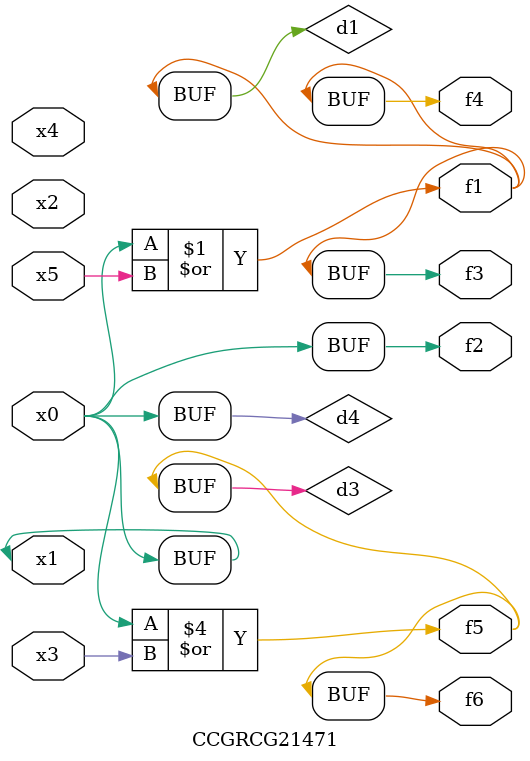
<source format=v>
module CCGRCG21471(
	input x0, x1, x2, x3, x4, x5,
	output f1, f2, f3, f4, f5, f6
);

	wire d1, d2, d3, d4;

	or (d1, x0, x5);
	xnor (d2, x1, x4);
	or (d3, x0, x3);
	buf (d4, x0, x1);
	assign f1 = d1;
	assign f2 = d4;
	assign f3 = d1;
	assign f4 = d1;
	assign f5 = d3;
	assign f6 = d3;
endmodule

</source>
